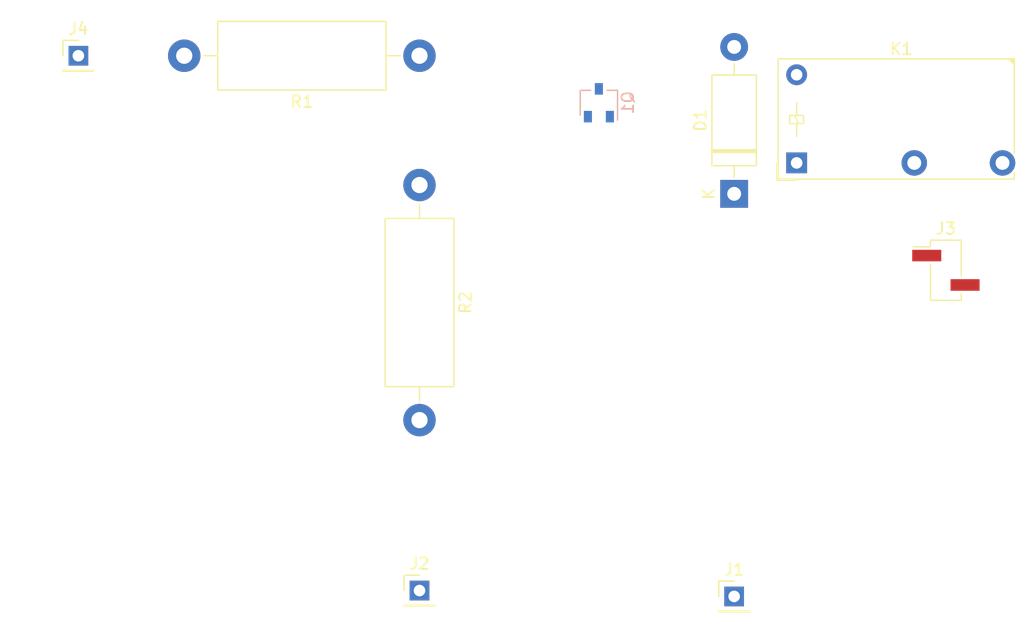
<source format=kicad_pcb>
(kicad_pcb (version 20171130) (host pcbnew "(5.1.5)-3")

  (general
    (thickness 1.6)
    (drawings 0)
    (tracks 0)
    (zones 0)
    (modules 9)
    (nets 8)
  )

  (page A4)
  (layers
    (0 F.Cu signal)
    (31 B.Cu signal)
    (32 B.Adhes user)
    (33 F.Adhes user)
    (34 B.Paste user)
    (35 F.Paste user)
    (36 B.SilkS user)
    (37 F.SilkS user)
    (38 B.Mask user)
    (39 F.Mask user)
    (40 Dwgs.User user)
    (41 Cmts.User user)
    (42 Eco1.User user)
    (43 Eco2.User user)
    (44 Edge.Cuts user)
    (45 Margin user)
    (46 B.CrtYd user)
    (47 F.CrtYd user)
    (48 B.Fab user)
    (49 F.Fab user)
  )

  (setup
    (last_trace_width 0.25)
    (trace_clearance 0.2)
    (zone_clearance 0.508)
    (zone_45_only no)
    (trace_min 0.2)
    (via_size 0.8)
    (via_drill 0.4)
    (via_min_size 0.4)
    (via_min_drill 0.3)
    (uvia_size 0.3)
    (uvia_drill 0.1)
    (uvias_allowed no)
    (uvia_min_size 0.2)
    (uvia_min_drill 0.1)
    (edge_width 0.05)
    (segment_width 0.2)
    (pcb_text_width 0.3)
    (pcb_text_size 1.5 1.5)
    (mod_edge_width 0.12)
    (mod_text_size 1 1)
    (mod_text_width 0.15)
    (pad_size 1.524 1.524)
    (pad_drill 0.762)
    (pad_to_mask_clearance 0.051)
    (solder_mask_min_width 0.25)
    (aux_axis_origin 0 0)
    (visible_elements FFFFFF7F)
    (pcbplotparams
      (layerselection 0x010fc_ffffffff)
      (usegerberextensions false)
      (usegerberattributes false)
      (usegerberadvancedattributes false)
      (creategerberjobfile false)
      (excludeedgelayer true)
      (linewidth 0.100000)
      (plotframeref false)
      (viasonmask false)
      (mode 1)
      (useauxorigin false)
      (hpglpennumber 1)
      (hpglpenspeed 20)
      (hpglpendiameter 15.000000)
      (psnegative false)
      (psa4output false)
      (plotreference true)
      (plotvalue true)
      (plotinvisibletext false)
      (padsonsilk false)
      (subtractmaskfromsilk false)
      (outputformat 1)
      (mirror false)
      (drillshape 1)
      (scaleselection 1)
      (outputdirectory ""))
  )

  (net 0 "")
  (net 1 "Net-(D1-Pad2)")
  (net 2 +12V)
  (net 3 GND)
  (net 4 "Net-(J3-Pad2)")
  (net 5 "Net-(J3-Pad1)")
  (net 6 "Net-(J4-Pad1)")
  (net 7 "Net-(Q1-Pad1)")

  (net_class Default "Toto je výchozí třída sítě."
    (clearance 0.2)
    (trace_width 0.25)
    (via_dia 0.8)
    (via_drill 0.4)
    (uvia_dia 0.3)
    (uvia_drill 0.1)
    (add_net +12V)
    (add_net GND)
    (add_net "Net-(D1-Pad2)")
    (add_net "Net-(J3-Pad1)")
    (add_net "Net-(J3-Pad2)")
    (add_net "Net-(J4-Pad1)")
    (add_net "Net-(Q1-Pad1)")
  )

  (module Package_TO_SOT_SMD:SOT-23W (layer B.Cu) (tedit 5A02FF57) (tstamp 5FDD8F7D)
    (at 133.096 61.722 90)
    (descr "SOT-23W http://www.allegromicro.com/~/media/Files/Datasheets/A112x-Datasheet.ashx?la=en&hash=7BC461E058CC246E0BAB62433B2F1ECA104CA9D3")
    (tags SOT-23W)
    (path /5FDD3CE6)
    (attr smd)
    (fp_text reference Q1 (at 0 2.5 90) (layer B.SilkS)
      (effects (font (size 1 1) (thickness 0.15)) (justify mirror))
    )
    (fp_text value BC817 (at 0 -2.5 90) (layer B.Fab)
      (effects (font (size 1 1) (thickness 0.15)) (justify mirror))
    )
    (fp_line (start -1.95 -1.74) (end -1.95 1.74) (layer B.CrtYd) (width 0.05))
    (fp_line (start 1.95 -1.74) (end -1.95 -1.74) (layer B.CrtYd) (width 0.05))
    (fp_line (start 1.95 1.74) (end 1.95 -1.74) (layer B.CrtYd) (width 0.05))
    (fp_line (start -1.95 1.74) (end 1.95 1.74) (layer B.CrtYd) (width 0.05))
    (fp_line (start -0.955 -1.49) (end 0.955 -1.49) (layer B.Fab) (width 0.1))
    (fp_line (start 0.955 1.49) (end 0.955 -1.49) (layer B.Fab) (width 0.1))
    (fp_line (start -0.955 0.49) (end 0.045 1.49) (layer B.Fab) (width 0.1))
    (fp_line (start 0.045 1.49) (end 0.955 1.49) (layer B.Fab) (width 0.1))
    (fp_line (start -0.955 0.49) (end -0.955 -1.49) (layer B.Fab) (width 0.1))
    (fp_text user %R (at 0 0 180) (layer B.Fab)
      (effects (font (size 0.5 0.5) (thickness 0.075)) (justify mirror))
    )
    (fp_line (start -1.075 -1.61) (end 1.075 -1.61) (layer B.SilkS) (width 0.12))
    (fp_line (start -1.5 1.61) (end 1.075 1.61) (layer B.SilkS) (width 0.12))
    (fp_line (start 1.075 -0.7) (end 1.075 -1.61) (layer B.SilkS) (width 0.12))
    (fp_line (start 1.075 1.61) (end 1.075 0.7) (layer B.SilkS) (width 0.12))
    (pad 3 smd rect (at 1.2 0 90) (size 1 0.7) (layers B.Cu B.Paste B.Mask)
      (net 1 "Net-(D1-Pad2)"))
    (pad 2 smd rect (at -1.2 -0.95 90) (size 1 0.7) (layers B.Cu B.Paste B.Mask)
      (net 3 GND))
    (pad 1 smd rect (at -1.2 0.95 90) (size 1 0.7) (layers B.Cu B.Paste B.Mask)
      (net 7 "Net-(Q1-Pad1)"))
    (model ${KISYS3DMOD}/Package_TO_SOT_SMD.3dshapes/SOT-23W.wrl
      (at (xyz 0 0 0))
      (scale (xyz 1 1 1))
      (rotate (xyz 0 0 0))
    )
  )

  (module Resistor_THT:R_Axial_DIN0614_L14.3mm_D5.7mm_P20.32mm_Horizontal (layer F.Cu) (tedit 5AE5139B) (tstamp 5FDD8FAB)
    (at 117.602 68.834 270)
    (descr "Resistor, Axial_DIN0614 series, Axial, Horizontal, pin pitch=20.32mm, 1.5W, length*diameter=14.3*5.7mm^2")
    (tags "Resistor Axial_DIN0614 series Axial Horizontal pin pitch 20.32mm 1.5W length 14.3mm diameter 5.7mm")
    (path /5FDD4DBA)
    (fp_text reference R2 (at 10.16 -3.97 90) (layer F.SilkS)
      (effects (font (size 1 1) (thickness 0.15)))
    )
    (fp_text value R (at 10.16 3.97 90) (layer F.Fab)
      (effects (font (size 1 1) (thickness 0.15)))
    )
    (fp_text user %R (at 10.16 0 90) (layer F.Fab)
      (effects (font (size 1 1) (thickness 0.15)))
    )
    (fp_line (start 21.97 -3.1) (end -1.65 -3.1) (layer F.CrtYd) (width 0.05))
    (fp_line (start 21.97 3.1) (end 21.97 -3.1) (layer F.CrtYd) (width 0.05))
    (fp_line (start -1.65 3.1) (end 21.97 3.1) (layer F.CrtYd) (width 0.05))
    (fp_line (start -1.65 -3.1) (end -1.65 3.1) (layer F.CrtYd) (width 0.05))
    (fp_line (start 18.68 0) (end 17.43 0) (layer F.SilkS) (width 0.12))
    (fp_line (start 1.64 0) (end 2.89 0) (layer F.SilkS) (width 0.12))
    (fp_line (start 17.43 -2.97) (end 2.89 -2.97) (layer F.SilkS) (width 0.12))
    (fp_line (start 17.43 2.97) (end 17.43 -2.97) (layer F.SilkS) (width 0.12))
    (fp_line (start 2.89 2.97) (end 17.43 2.97) (layer F.SilkS) (width 0.12))
    (fp_line (start 2.89 -2.97) (end 2.89 2.97) (layer F.SilkS) (width 0.12))
    (fp_line (start 20.32 0) (end 17.31 0) (layer F.Fab) (width 0.1))
    (fp_line (start 0 0) (end 3.01 0) (layer F.Fab) (width 0.1))
    (fp_line (start 17.31 -2.85) (end 3.01 -2.85) (layer F.Fab) (width 0.1))
    (fp_line (start 17.31 2.85) (end 17.31 -2.85) (layer F.Fab) (width 0.1))
    (fp_line (start 3.01 2.85) (end 17.31 2.85) (layer F.Fab) (width 0.1))
    (fp_line (start 3.01 -2.85) (end 3.01 2.85) (layer F.Fab) (width 0.1))
    (pad 2 thru_hole oval (at 20.32 0 270) (size 2.8 2.8) (drill 1.4) (layers *.Cu *.Mask)
      (net 3 GND))
    (pad 1 thru_hole circle (at 0 0 270) (size 2.8 2.8) (drill 1.4) (layers *.Cu *.Mask)
      (net 7 "Net-(Q1-Pad1)"))
    (model ${KISYS3DMOD}/Resistor_THT.3dshapes/R_Axial_DIN0614_L14.3mm_D5.7mm_P20.32mm_Horizontal.wrl
      (at (xyz 0 0 0))
      (scale (xyz 1 1 1))
      (rotate (xyz 0 0 0))
    )
  )

  (module Resistor_THT:R_Axial_DIN0614_L14.3mm_D5.7mm_P20.32mm_Horizontal (layer F.Cu) (tedit 5AE5139B) (tstamp 5FDD8F94)
    (at 117.602 57.658 180)
    (descr "Resistor, Axial_DIN0614 series, Axial, Horizontal, pin pitch=20.32mm, 1.5W, length*diameter=14.3*5.7mm^2")
    (tags "Resistor Axial_DIN0614 series Axial Horizontal pin pitch 20.32mm 1.5W length 14.3mm diameter 5.7mm")
    (path /5FDD4407)
    (fp_text reference R1 (at 10.16 -3.97) (layer F.SilkS)
      (effects (font (size 1 1) (thickness 0.15)))
    )
    (fp_text value R (at 10.16 3.97) (layer F.Fab)
      (effects (font (size 1 1) (thickness 0.15)))
    )
    (fp_text user %R (at 10.16 0) (layer F.Fab)
      (effects (font (size 1 1) (thickness 0.15)))
    )
    (fp_line (start 21.97 -3.1) (end -1.65 -3.1) (layer F.CrtYd) (width 0.05))
    (fp_line (start 21.97 3.1) (end 21.97 -3.1) (layer F.CrtYd) (width 0.05))
    (fp_line (start -1.65 3.1) (end 21.97 3.1) (layer F.CrtYd) (width 0.05))
    (fp_line (start -1.65 -3.1) (end -1.65 3.1) (layer F.CrtYd) (width 0.05))
    (fp_line (start 18.68 0) (end 17.43 0) (layer F.SilkS) (width 0.12))
    (fp_line (start 1.64 0) (end 2.89 0) (layer F.SilkS) (width 0.12))
    (fp_line (start 17.43 -2.97) (end 2.89 -2.97) (layer F.SilkS) (width 0.12))
    (fp_line (start 17.43 2.97) (end 17.43 -2.97) (layer F.SilkS) (width 0.12))
    (fp_line (start 2.89 2.97) (end 17.43 2.97) (layer F.SilkS) (width 0.12))
    (fp_line (start 2.89 -2.97) (end 2.89 2.97) (layer F.SilkS) (width 0.12))
    (fp_line (start 20.32 0) (end 17.31 0) (layer F.Fab) (width 0.1))
    (fp_line (start 0 0) (end 3.01 0) (layer F.Fab) (width 0.1))
    (fp_line (start 17.31 -2.85) (end 3.01 -2.85) (layer F.Fab) (width 0.1))
    (fp_line (start 17.31 2.85) (end 17.31 -2.85) (layer F.Fab) (width 0.1))
    (fp_line (start 3.01 2.85) (end 17.31 2.85) (layer F.Fab) (width 0.1))
    (fp_line (start 3.01 -2.85) (end 3.01 2.85) (layer F.Fab) (width 0.1))
    (pad 2 thru_hole oval (at 20.32 0 180) (size 2.8 2.8) (drill 1.4) (layers *.Cu *.Mask)
      (net 6 "Net-(J4-Pad1)"))
    (pad 1 thru_hole circle (at 0 0 180) (size 2.8 2.8) (drill 1.4) (layers *.Cu *.Mask)
      (net 7 "Net-(Q1-Pad1)"))
    (model ${KISYS3DMOD}/Resistor_THT.3dshapes/R_Axial_DIN0614_L14.3mm_D5.7mm_P20.32mm_Horizontal.wrl
      (at (xyz 0 0 0))
      (scale (xyz 1 1 1))
      (rotate (xyz 0 0 0))
    )
  )

  (module Relay_THT:Relay_SPST_Finder_32.21-x300 (layer F.Cu) (tedit 5A636535) (tstamp 5FDD8F68)
    (at 150.177 66.922)
    (descr "Finder 32.21-x300 Relay, SPST, https://gfinder.findernet.com/assets/Series/355/S32EN.pdf")
    (tags "Finder 32.21-x300 Relay SPST")
    (path /5FDD5AF4)
    (fp_text reference K1 (at 9.029214 -9.845556 180) (layer F.SilkS)
      (effects (font (size 1 1) (thickness 0.15)))
    )
    (fp_text value FINDER-32.21-x300 (at 9.129214 2.454444 180) (layer F.Fab)
      (effects (font (size 1 1) (thickness 0.15)))
    )
    (fp_line (start 19.13 -9.05) (end 19.13 1.45) (layer F.CrtYd) (width 0.05))
    (fp_line (start 19.13 -9.05) (end -1.65 -9.05) (layer F.CrtYd) (width 0.05))
    (fp_line (start -1.65 1.45) (end 19.13 1.45) (layer F.CrtYd) (width 0.05))
    (fp_line (start -1.65 1.45) (end -1.65 -9.05) (layer F.CrtYd) (width 0.05))
    (fp_line (start 0 -2.3) (end 0 -5.2) (layer F.Fab) (width 0.12))
    (fp_line (start -0.6 -4.1) (end -0.6 -3.4) (layer F.SilkS) (width 0.12))
    (fp_line (start 0.6 -4.1) (end -0.6 -4.1) (layer F.SilkS) (width 0.12))
    (fp_line (start 0.6 -3.4) (end 0.6 -4.1) (layer F.SilkS) (width 0.12))
    (fp_line (start -0.6 -3.4) (end 0.6 -3.4) (layer F.SilkS) (width 0.12))
    (fp_line (start 0.2 -3.4) (end -0.2 -4.1) (layer F.SilkS) (width 0.12))
    (fp_line (start 0 -4.1) (end 0 -5.2) (layer F.SilkS) (width 0.12))
    (fp_line (start 0 -3.4) (end 0 -2.3) (layer F.SilkS) (width 0.12))
    (fp_line (start 18.6 1.2) (end -1.4 1.2) (layer F.Fab) (width 0.12))
    (fp_line (start 18.6 -8.8) (end 18.6 1.2) (layer F.Fab) (width 0.12))
    (fp_line (start -1.4 -8.8) (end 18.6 -8.8) (layer F.Fab) (width 0.12))
    (fp_line (start -1.4 1.2) (end -1.4 -8.8) (layer F.Fab) (width 0.12))
    (fp_line (start 18.8 -9) (end 18.8 -0.795556) (layer F.SilkS) (width 0.12))
    (fp_line (start -1.6 -9) (end 18.8 -9) (layer F.SilkS) (width 0.12))
    (fp_line (start -1.6 1.4) (end -1.6 -9) (layer F.SilkS) (width 0.12))
    (fp_line (start 18.8 1.4) (end -1.6 1.4) (layer F.SilkS) (width 0.12))
    (fp_line (start 18.8 0.8) (end 18.8 1.4) (layer F.SilkS) (width 0.12))
    (fp_line (start -1.7 1.5) (end -1.7 0) (layer F.SilkS) (width 0.12))
    (fp_line (start 0 1.5) (end -1.7 1.5) (layer F.SilkS) (width 0.12))
    (fp_line (start 18.679214 -8.995556) (end 18.779214 -8.895556) (layer F.SilkS) (width 0.12))
    (fp_line (start 18.779214 -8.795556) (end 18.579214 -8.995556) (layer F.SilkS) (width 0.12))
    (fp_line (start 18.479214 -8.995556) (end 18.779214 -8.695556) (layer F.SilkS) (width 0.12))
    (fp_line (start 18.779214 -8.595556) (end 18.379214 -8.995556) (layer F.SilkS) (width 0.12))
    (fp_line (start 18.279214 -8.995556) (end 18.779214 -8.495556) (layer F.SilkS) (width 0.12))
    (fp_text user %R (at 10.2 -4.1 180) (layer F.Fab)
      (effects (font (size 1 1) (thickness 0.15)))
    )
    (pad 14 thru_hole circle (at 17.78 0 90) (size 2.2 2.2) (drill 1.2) (layers *.Cu *.Mask)
      (net 4 "Net-(J3-Pad2)"))
    (pad 11 thru_hole circle (at 10.16 0 90) (size 2.2 2.2) (drill 1.2) (layers *.Cu *.Mask)
      (net 5 "Net-(J3-Pad1)"))
    (pad A2 thru_hole circle (at 0 -7.62 90) (size 1.8 1.8) (drill 1) (layers *.Cu *.Mask)
      (net 1 "Net-(D1-Pad2)"))
    (pad A1 thru_hole rect (at 0 0 90) (size 1.8 1.8) (drill 1) (layers *.Cu *.Mask)
      (net 2 +12V))
    (model ${KISYS3DMOD}/Relay_THT.3dshapes/Relay_SPST_Finder_32.21-x300.wrl
      (offset (xyz -0.02078600078782558 -0.004443999173257828 0))
      (scale (xyz 1 1 1))
      (rotate (xyz 0 0 0))
    )
  )

  (module Connector_PinHeader_2.54mm:PinHeader_1x01_P2.54mm_Vertical (layer F.Cu) (tedit 59FED5CC) (tstamp 5FDD8F43)
    (at 88.138 57.658)
    (descr "Through hole straight pin header, 1x01, 2.54mm pitch, single row")
    (tags "Through hole pin header THT 1x01 2.54mm single row")
    (path /5FDD758F)
    (fp_text reference J4 (at 0 -2.33) (layer F.SilkS)
      (effects (font (size 1 1) (thickness 0.15)))
    )
    (fp_text value Conn_01x01_Male (at 0 2.33) (layer F.Fab)
      (effects (font (size 1 1) (thickness 0.15)))
    )
    (fp_text user %R (at 0 0 90) (layer F.Fab)
      (effects (font (size 1 1) (thickness 0.15)))
    )
    (fp_line (start 1.8 -1.8) (end -1.8 -1.8) (layer F.CrtYd) (width 0.05))
    (fp_line (start 1.8 1.8) (end 1.8 -1.8) (layer F.CrtYd) (width 0.05))
    (fp_line (start -1.8 1.8) (end 1.8 1.8) (layer F.CrtYd) (width 0.05))
    (fp_line (start -1.8 -1.8) (end -1.8 1.8) (layer F.CrtYd) (width 0.05))
    (fp_line (start -1.33 -1.33) (end 0 -1.33) (layer F.SilkS) (width 0.12))
    (fp_line (start -1.33 0) (end -1.33 -1.33) (layer F.SilkS) (width 0.12))
    (fp_line (start -1.33 1.27) (end 1.33 1.27) (layer F.SilkS) (width 0.12))
    (fp_line (start 1.33 1.27) (end 1.33 1.33) (layer F.SilkS) (width 0.12))
    (fp_line (start -1.33 1.27) (end -1.33 1.33) (layer F.SilkS) (width 0.12))
    (fp_line (start -1.33 1.33) (end 1.33 1.33) (layer F.SilkS) (width 0.12))
    (fp_line (start -1.27 -0.635) (end -0.635 -1.27) (layer F.Fab) (width 0.1))
    (fp_line (start -1.27 1.27) (end -1.27 -0.635) (layer F.Fab) (width 0.1))
    (fp_line (start 1.27 1.27) (end -1.27 1.27) (layer F.Fab) (width 0.1))
    (fp_line (start 1.27 -1.27) (end 1.27 1.27) (layer F.Fab) (width 0.1))
    (fp_line (start -0.635 -1.27) (end 1.27 -1.27) (layer F.Fab) (width 0.1))
    (pad 1 thru_hole rect (at 0 0) (size 1.7 1.7) (drill 1) (layers *.Cu *.Mask)
      (net 6 "Net-(J4-Pad1)"))
    (model ${KISYS3DMOD}/Connector_PinHeader_2.54mm.3dshapes/PinHeader_1x01_P2.54mm_Vertical.wrl
      (at (xyz 0 0 0))
      (scale (xyz 1 1 1))
      (rotate (xyz 0 0 0))
    )
  )

  (module Connector_PinHeader_2.54mm:PinHeader_1x02_P2.54mm_Vertical_SMD_Pin1Left (layer F.Cu) (tedit 59FED5CC) (tstamp 5FDD8F2E)
    (at 163.068 76.2)
    (descr "surface-mounted straight pin header, 1x02, 2.54mm pitch, single row, style 1 (pin 1 left)")
    (tags "Surface mounted pin header SMD 1x02 2.54mm single row style1 pin1 left")
    (path /5FDDB203)
    (attr smd)
    (fp_text reference J3 (at 0 -3.6) (layer F.SilkS)
      (effects (font (size 1 1) (thickness 0.15)))
    )
    (fp_text value Conn_01x02_Male (at 0 3.6) (layer F.Fab)
      (effects (font (size 1 1) (thickness 0.15)))
    )
    (fp_text user %R (at 0 0 90) (layer F.Fab)
      (effects (font (size 1 1) (thickness 0.15)))
    )
    (fp_line (start 3.45 -3.05) (end -3.45 -3.05) (layer F.CrtYd) (width 0.05))
    (fp_line (start 3.45 3.05) (end 3.45 -3.05) (layer F.CrtYd) (width 0.05))
    (fp_line (start -3.45 3.05) (end 3.45 3.05) (layer F.CrtYd) (width 0.05))
    (fp_line (start -3.45 -3.05) (end -3.45 3.05) (layer F.CrtYd) (width 0.05))
    (fp_line (start -1.33 -0.51) (end -1.33 2.6) (layer F.SilkS) (width 0.12))
    (fp_line (start 1.33 2.03) (end 1.33 2.6) (layer F.SilkS) (width 0.12))
    (fp_line (start -1.33 -2.6) (end -1.33 -2.03) (layer F.SilkS) (width 0.12))
    (fp_line (start -1.33 -2.03) (end -2.85 -2.03) (layer F.SilkS) (width 0.12))
    (fp_line (start 1.33 -2.6) (end 1.33 0.51) (layer F.SilkS) (width 0.12))
    (fp_line (start -1.33 2.6) (end 1.33 2.6) (layer F.SilkS) (width 0.12))
    (fp_line (start -1.33 -2.6) (end 1.33 -2.6) (layer F.SilkS) (width 0.12))
    (fp_line (start 2.54 1.59) (end 1.27 1.59) (layer F.Fab) (width 0.1))
    (fp_line (start 2.54 0.95) (end 2.54 1.59) (layer F.Fab) (width 0.1))
    (fp_line (start 1.27 0.95) (end 2.54 0.95) (layer F.Fab) (width 0.1))
    (fp_line (start -2.54 -0.95) (end -1.27 -0.95) (layer F.Fab) (width 0.1))
    (fp_line (start -2.54 -1.59) (end -2.54 -0.95) (layer F.Fab) (width 0.1))
    (fp_line (start -1.27 -1.59) (end -2.54 -1.59) (layer F.Fab) (width 0.1))
    (fp_line (start 1.27 -2.54) (end 1.27 2.54) (layer F.Fab) (width 0.1))
    (fp_line (start -1.27 -1.59) (end -0.32 -2.54) (layer F.Fab) (width 0.1))
    (fp_line (start -1.27 2.54) (end -1.27 -1.59) (layer F.Fab) (width 0.1))
    (fp_line (start -0.32 -2.54) (end 1.27 -2.54) (layer F.Fab) (width 0.1))
    (fp_line (start 1.27 2.54) (end -1.27 2.54) (layer F.Fab) (width 0.1))
    (pad 2 smd rect (at 1.655 1.27) (size 2.51 1) (layers F.Cu F.Paste F.Mask)
      (net 4 "Net-(J3-Pad2)"))
    (pad 1 smd rect (at -1.655 -1.27) (size 2.51 1) (layers F.Cu F.Paste F.Mask)
      (net 5 "Net-(J3-Pad1)"))
    (model ${KISYS3DMOD}/Connector_PinHeader_2.54mm.3dshapes/PinHeader_1x02_P2.54mm_Vertical_SMD_Pin1Left.wrl
      (at (xyz 0 0 0))
      (scale (xyz 1 1 1))
      (rotate (xyz 0 0 0))
    )
  )

  (module Connector_PinHeader_2.54mm:PinHeader_1x01_P2.54mm_Vertical (layer F.Cu) (tedit 59FED5CC) (tstamp 5FDD8F11)
    (at 117.602 103.886)
    (descr "Through hole straight pin header, 1x01, 2.54mm pitch, single row")
    (tags "Through hole pin header THT 1x01 2.54mm single row")
    (path /5FDD8052)
    (fp_text reference J2 (at 0 -2.33) (layer F.SilkS)
      (effects (font (size 1 1) (thickness 0.15)))
    )
    (fp_text value Conn_01x01_Male (at 0 2.33) (layer F.Fab)
      (effects (font (size 1 1) (thickness 0.15)))
    )
    (fp_text user %R (at 0 0 90) (layer F.Fab)
      (effects (font (size 1 1) (thickness 0.15)))
    )
    (fp_line (start 1.8 -1.8) (end -1.8 -1.8) (layer F.CrtYd) (width 0.05))
    (fp_line (start 1.8 1.8) (end 1.8 -1.8) (layer F.CrtYd) (width 0.05))
    (fp_line (start -1.8 1.8) (end 1.8 1.8) (layer F.CrtYd) (width 0.05))
    (fp_line (start -1.8 -1.8) (end -1.8 1.8) (layer F.CrtYd) (width 0.05))
    (fp_line (start -1.33 -1.33) (end 0 -1.33) (layer F.SilkS) (width 0.12))
    (fp_line (start -1.33 0) (end -1.33 -1.33) (layer F.SilkS) (width 0.12))
    (fp_line (start -1.33 1.27) (end 1.33 1.27) (layer F.SilkS) (width 0.12))
    (fp_line (start 1.33 1.27) (end 1.33 1.33) (layer F.SilkS) (width 0.12))
    (fp_line (start -1.33 1.27) (end -1.33 1.33) (layer F.SilkS) (width 0.12))
    (fp_line (start -1.33 1.33) (end 1.33 1.33) (layer F.SilkS) (width 0.12))
    (fp_line (start -1.27 -0.635) (end -0.635 -1.27) (layer F.Fab) (width 0.1))
    (fp_line (start -1.27 1.27) (end -1.27 -0.635) (layer F.Fab) (width 0.1))
    (fp_line (start 1.27 1.27) (end -1.27 1.27) (layer F.Fab) (width 0.1))
    (fp_line (start 1.27 -1.27) (end 1.27 1.27) (layer F.Fab) (width 0.1))
    (fp_line (start -0.635 -1.27) (end 1.27 -1.27) (layer F.Fab) (width 0.1))
    (pad 1 thru_hole rect (at 0 0) (size 1.7 1.7) (drill 1) (layers *.Cu *.Mask)
      (net 3 GND))
    (model ${KISYS3DMOD}/Connector_PinHeader_2.54mm.3dshapes/PinHeader_1x01_P2.54mm_Vertical.wrl
      (at (xyz 0 0 0))
      (scale (xyz 1 1 1))
      (rotate (xyz 0 0 0))
    )
  )

  (module Connector_PinHeader_2.54mm:PinHeader_1x01_P2.54mm_Vertical (layer F.Cu) (tedit 59FED5CC) (tstamp 5FDD8EFC)
    (at 144.78 104.394)
    (descr "Through hole straight pin header, 1x01, 2.54mm pitch, single row")
    (tags "Through hole pin header THT 1x01 2.54mm single row")
    (path /5FDD7F12)
    (fp_text reference J1 (at 0 -2.33) (layer F.SilkS)
      (effects (font (size 1 1) (thickness 0.15)))
    )
    (fp_text value Conn_01x01_Male (at 0 2.33) (layer F.Fab)
      (effects (font (size 1 1) (thickness 0.15)))
    )
    (fp_text user %R (at 0 0 90) (layer F.Fab)
      (effects (font (size 1 1) (thickness 0.15)))
    )
    (fp_line (start 1.8 -1.8) (end -1.8 -1.8) (layer F.CrtYd) (width 0.05))
    (fp_line (start 1.8 1.8) (end 1.8 -1.8) (layer F.CrtYd) (width 0.05))
    (fp_line (start -1.8 1.8) (end 1.8 1.8) (layer F.CrtYd) (width 0.05))
    (fp_line (start -1.8 -1.8) (end -1.8 1.8) (layer F.CrtYd) (width 0.05))
    (fp_line (start -1.33 -1.33) (end 0 -1.33) (layer F.SilkS) (width 0.12))
    (fp_line (start -1.33 0) (end -1.33 -1.33) (layer F.SilkS) (width 0.12))
    (fp_line (start -1.33 1.27) (end 1.33 1.27) (layer F.SilkS) (width 0.12))
    (fp_line (start 1.33 1.27) (end 1.33 1.33) (layer F.SilkS) (width 0.12))
    (fp_line (start -1.33 1.27) (end -1.33 1.33) (layer F.SilkS) (width 0.12))
    (fp_line (start -1.33 1.33) (end 1.33 1.33) (layer F.SilkS) (width 0.12))
    (fp_line (start -1.27 -0.635) (end -0.635 -1.27) (layer F.Fab) (width 0.1))
    (fp_line (start -1.27 1.27) (end -1.27 -0.635) (layer F.Fab) (width 0.1))
    (fp_line (start 1.27 1.27) (end -1.27 1.27) (layer F.Fab) (width 0.1))
    (fp_line (start 1.27 -1.27) (end 1.27 1.27) (layer F.Fab) (width 0.1))
    (fp_line (start -0.635 -1.27) (end 1.27 -1.27) (layer F.Fab) (width 0.1))
    (pad 1 thru_hole rect (at 0 0) (size 1.7 1.7) (drill 1) (layers *.Cu *.Mask)
      (net 2 +12V))
    (model ${KISYS3DMOD}/Connector_PinHeader_2.54mm.3dshapes/PinHeader_1x01_P2.54mm_Vertical.wrl
      (at (xyz 0 0 0))
      (scale (xyz 1 1 1))
      (rotate (xyz 0 0 0))
    )
  )

  (module Diode_THT:D_DO-15_P12.70mm_Horizontal (layer F.Cu) (tedit 5AE50CD5) (tstamp 5FDD8EE7)
    (at 144.78 69.596 90)
    (descr "Diode, DO-15 series, Axial, Horizontal, pin pitch=12.7mm, , length*diameter=7.6*3.6mm^2, , http://www.diodes.com/_files/packages/DO-15.pdf")
    (tags "Diode DO-15 series Axial Horizontal pin pitch 12.7mm  length 7.6mm diameter 3.6mm")
    (path /5FDD69AE)
    (fp_text reference D1 (at 6.35 -2.92 90) (layer F.SilkS)
      (effects (font (size 1 1) (thickness 0.15)))
    )
    (fp_text value D (at 6.35 2.92 90) (layer F.Fab)
      (effects (font (size 1 1) (thickness 0.15)))
    )
    (fp_text user K (at 0 -2.2 90) (layer F.SilkS)
      (effects (font (size 1 1) (thickness 0.15)))
    )
    (fp_text user K (at 0 -2.2 90) (layer F.Fab)
      (effects (font (size 1 1) (thickness 0.15)))
    )
    (fp_text user %R (at 6.92 0 90) (layer F.Fab)
      (effects (font (size 1 1) (thickness 0.15)))
    )
    (fp_line (start 14.15 -2.05) (end -1.45 -2.05) (layer F.CrtYd) (width 0.05))
    (fp_line (start 14.15 2.05) (end 14.15 -2.05) (layer F.CrtYd) (width 0.05))
    (fp_line (start -1.45 2.05) (end 14.15 2.05) (layer F.CrtYd) (width 0.05))
    (fp_line (start -1.45 -2.05) (end -1.45 2.05) (layer F.CrtYd) (width 0.05))
    (fp_line (start 3.57 -1.92) (end 3.57 1.92) (layer F.SilkS) (width 0.12))
    (fp_line (start 3.81 -1.92) (end 3.81 1.92) (layer F.SilkS) (width 0.12))
    (fp_line (start 3.69 -1.92) (end 3.69 1.92) (layer F.SilkS) (width 0.12))
    (fp_line (start 11.26 0) (end 10.27 0) (layer F.SilkS) (width 0.12))
    (fp_line (start 1.44 0) (end 2.43 0) (layer F.SilkS) (width 0.12))
    (fp_line (start 10.27 -1.92) (end 2.43 -1.92) (layer F.SilkS) (width 0.12))
    (fp_line (start 10.27 1.92) (end 10.27 -1.92) (layer F.SilkS) (width 0.12))
    (fp_line (start 2.43 1.92) (end 10.27 1.92) (layer F.SilkS) (width 0.12))
    (fp_line (start 2.43 -1.92) (end 2.43 1.92) (layer F.SilkS) (width 0.12))
    (fp_line (start 3.59 -1.8) (end 3.59 1.8) (layer F.Fab) (width 0.1))
    (fp_line (start 3.79 -1.8) (end 3.79 1.8) (layer F.Fab) (width 0.1))
    (fp_line (start 3.69 -1.8) (end 3.69 1.8) (layer F.Fab) (width 0.1))
    (fp_line (start 12.7 0) (end 10.15 0) (layer F.Fab) (width 0.1))
    (fp_line (start 0 0) (end 2.55 0) (layer F.Fab) (width 0.1))
    (fp_line (start 10.15 -1.8) (end 2.55 -1.8) (layer F.Fab) (width 0.1))
    (fp_line (start 10.15 1.8) (end 10.15 -1.8) (layer F.Fab) (width 0.1))
    (fp_line (start 2.55 1.8) (end 10.15 1.8) (layer F.Fab) (width 0.1))
    (fp_line (start 2.55 -1.8) (end 2.55 1.8) (layer F.Fab) (width 0.1))
    (pad 2 thru_hole oval (at 12.7 0 90) (size 2.4 2.4) (drill 1.2) (layers *.Cu *.Mask)
      (net 1 "Net-(D1-Pad2)"))
    (pad 1 thru_hole rect (at 0 0 90) (size 2.4 2.4) (drill 1.2) (layers *.Cu *.Mask)
      (net 2 +12V))
    (model ${KISYS3DMOD}/Diode_THT.3dshapes/D_DO-15_P12.70mm_Horizontal.wrl
      (at (xyz 0 0 0))
      (scale (xyz 1 1 1))
      (rotate (xyz 0 0 0))
    )
  )

)

</source>
